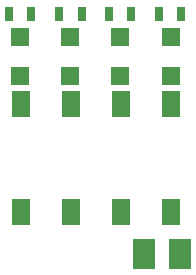
<source format=gtp>
G04 #@! TF.FileFunction,Paste,Top*
%FSLAX46Y46*%
G04 Gerber Fmt 4.6, Leading zero omitted, Abs format (unit mm)*
G04 Created by KiCad (PCBNEW 4.0.2-stable) date 05.09.2017 20:58:13*
%MOMM*%
G01*
G04 APERTURE LIST*
%ADD10C,0.1*%
%ADD11R,1.6X2.18*%
%ADD12R,1.95X2.5*%
%ADD13R,1.5X1.5*%
%ADD14R,0.7X1.3*%
G04 APERTURE END LIST*
D10*
D11*
X-0095000000Y0190000000D02*
X0077110400Y0073370600D03*
X0077110400Y0082550600D03*
X0081301400Y0073396000D03*
X0081301400Y0082576000D03*
X0085517800Y0073396000D03*
X0085517800Y0082576000D03*
X0089759600Y0073396000D03*
X0089759600Y0082576000D03*
D12*
X0087472600Y0069883400D03*
X0090522600Y0069883400D03*
D13*
X0077008800Y0088221200D03*
X0077008800Y0084921200D03*
D14*
X0076058799Y0090203400D03*
X0077958800Y0090203400D03*
D13*
X0081276000Y0088221200D03*
X0081276000Y0084921200D03*
X0085492400Y0088221200D03*
X0085492400Y0084921200D03*
X0089759600Y0088221200D03*
X0089759600Y0084921200D03*
D14*
X0082226000Y0090203400D03*
X0080326000Y0090203400D03*
X0086417000Y0090178000D03*
X0084517000Y0090178000D03*
X0090658800Y0090203400D03*
X0088758800Y0090203400D03*
M02*
</source>
